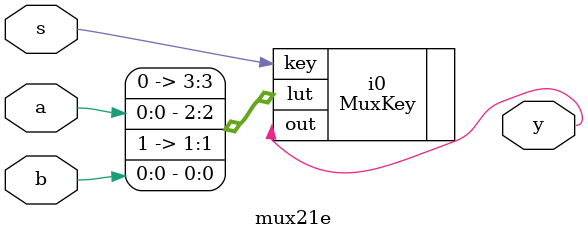
<source format=v>
module mux21e(
	input  wire a,
	input  wire b,
	input  wire s,
	output wire y
);

MuxKey #(.NR_KEY(2),.KEY_LEN(1),.DATA_LEN(1)) i0
(
	.key(s),
	.lut({1'b0,a,1'b1,b}),
	.out(y)
);

endmodule

</source>
